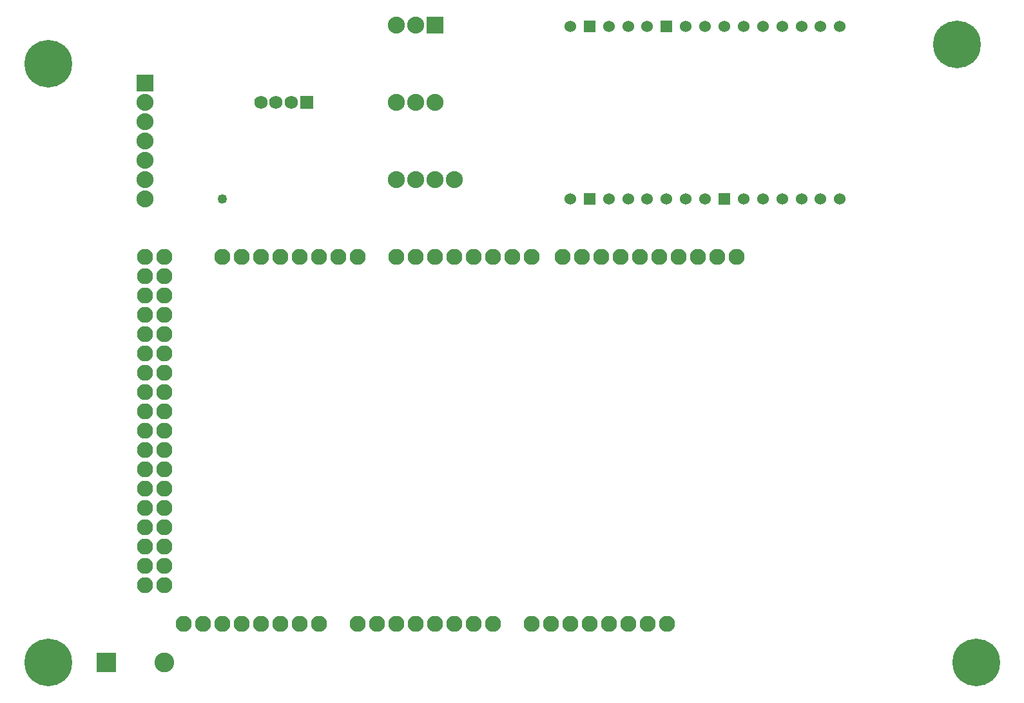
<source format=gbs>
G04 MADE WITH FRITZING*
G04 WWW.FRITZING.ORG*
G04 DOUBLE SIDED*
G04 HOLES PLATED*
G04 CONTOUR ON CENTER OF CONTOUR VECTOR*
%ASAXBY*%
%FSLAX23Y23*%
%MOIN*%
%OFA0B0*%
%SFA1.0B1.0*%
%ADD10C,0.069200*%
%ADD11C,0.060000*%
%ADD12C,0.088000*%
%ADD13C,0.082917*%
%ADD14C,0.102000*%
%ADD15C,0.049370*%
%ADD16C,0.246220*%
%ADD17R,0.069200X0.069200*%
%ADD18R,0.060028X0.060014*%
%ADD19R,0.060028X0.060000*%
%ADD20R,0.088000X0.088000*%
%ADD21R,0.102000X0.102000*%
%LNMASK0*%
G90*
G70*
G54D10*
X1510Y3056D03*
X1274Y3056D03*
X1353Y3056D03*
X1432Y3056D03*
G54D11*
X2875Y3449D03*
X2974Y3449D03*
X3074Y3449D03*
X3174Y3449D03*
X3273Y3449D03*
X3373Y3449D03*
X3472Y3449D03*
X3572Y3449D03*
X3671Y3449D03*
X3771Y3449D03*
X3871Y3449D03*
X3970Y3449D03*
X4070Y3449D03*
X4169Y3449D03*
X4269Y3449D03*
X4269Y2556D03*
X4169Y2556D03*
X4070Y2556D03*
X3970Y2556D03*
X3871Y2556D03*
X3771Y2556D03*
X3671Y2556D03*
X3572Y2556D03*
X3472Y2556D03*
X3373Y2556D03*
X3273Y2556D03*
X3174Y2556D03*
X3074Y2556D03*
X2974Y2556D03*
X2875Y2556D03*
G54D12*
X2274Y2656D03*
X2174Y2656D03*
X2074Y2656D03*
X1974Y2656D03*
X2174Y3056D03*
X2074Y3056D03*
X1974Y3056D03*
G54D13*
X1474Y356D03*
X3074Y356D03*
X1374Y356D03*
X1274Y356D03*
X1174Y356D03*
X1074Y356D03*
X774Y1756D03*
X974Y356D03*
X874Y356D03*
X3034Y2256D03*
X2474Y356D03*
X2374Y356D03*
X2274Y356D03*
X2174Y356D03*
X774Y956D03*
X2074Y356D03*
X1974Y356D03*
X1874Y356D03*
X1774Y356D03*
X2274Y2256D03*
X774Y2156D03*
X774Y1356D03*
X774Y556D03*
X3434Y2256D03*
X2674Y356D03*
X2674Y2256D03*
X774Y1956D03*
X774Y1556D03*
X774Y1156D03*
X1074Y2256D03*
X774Y756D03*
X1174Y2256D03*
X1274Y2256D03*
X1374Y2256D03*
X1474Y2256D03*
X1574Y2256D03*
X1674Y2256D03*
X1774Y2256D03*
X3634Y2256D03*
X3234Y2256D03*
X2834Y2256D03*
X3274Y356D03*
X2874Y356D03*
X2074Y2256D03*
X2474Y2256D03*
X774Y2256D03*
X774Y2056D03*
X774Y1856D03*
X774Y1656D03*
X774Y1456D03*
X774Y1256D03*
X774Y1056D03*
X774Y856D03*
X774Y656D03*
X3734Y2256D03*
X3534Y2256D03*
X3334Y2256D03*
X3134Y2256D03*
X2934Y2256D03*
X3374Y356D03*
X3174Y356D03*
X2974Y356D03*
X2774Y356D03*
X1974Y2256D03*
X2174Y2256D03*
X2374Y2256D03*
X2574Y2256D03*
X674Y2256D03*
X674Y2156D03*
X674Y2056D03*
X674Y1956D03*
X674Y1856D03*
X674Y1756D03*
X674Y1656D03*
X674Y1556D03*
X674Y1456D03*
X674Y1356D03*
X674Y1256D03*
X674Y1156D03*
X674Y1056D03*
X674Y956D03*
X674Y856D03*
X674Y756D03*
X674Y656D03*
X674Y556D03*
X1574Y356D03*
X1474Y356D03*
X3074Y356D03*
X1374Y356D03*
X1274Y356D03*
X1174Y356D03*
X1074Y356D03*
X774Y1756D03*
X974Y356D03*
X874Y356D03*
X3034Y2256D03*
X2474Y356D03*
X2374Y356D03*
X2274Y356D03*
X2174Y356D03*
X774Y956D03*
X2074Y356D03*
X1974Y356D03*
X1874Y356D03*
X1774Y356D03*
X2274Y2256D03*
X774Y2156D03*
X774Y1356D03*
X774Y556D03*
X3434Y2256D03*
X2674Y356D03*
X2674Y2256D03*
X774Y1956D03*
X774Y1556D03*
X774Y1156D03*
X1074Y2256D03*
X774Y756D03*
X1174Y2256D03*
X1274Y2256D03*
X1374Y2256D03*
X1474Y2256D03*
X1574Y2256D03*
X1674Y2256D03*
X1774Y2256D03*
X3634Y2256D03*
X3234Y2256D03*
X2834Y2256D03*
X3274Y356D03*
X2874Y356D03*
X2074Y2256D03*
X2474Y2256D03*
X774Y2256D03*
X774Y2056D03*
X774Y1856D03*
X774Y1656D03*
X774Y1456D03*
X774Y1256D03*
X774Y1056D03*
X774Y856D03*
X774Y656D03*
X3734Y2256D03*
X3534Y2256D03*
X3334Y2256D03*
X3134Y2256D03*
X2934Y2256D03*
X3374Y356D03*
X3174Y356D03*
X2974Y356D03*
X2774Y356D03*
X1974Y2256D03*
X2174Y2256D03*
X2374Y2256D03*
X2574Y2256D03*
X674Y2256D03*
X674Y2156D03*
X674Y2056D03*
X674Y1956D03*
X674Y1856D03*
X674Y1756D03*
X674Y1656D03*
X674Y1556D03*
X674Y1456D03*
X674Y1356D03*
X674Y1256D03*
X674Y1156D03*
X674Y1056D03*
X674Y956D03*
X674Y856D03*
X674Y756D03*
X674Y656D03*
X674Y556D03*
X1574Y356D03*
G54D12*
X674Y3156D03*
X674Y3056D03*
X674Y2956D03*
X674Y2856D03*
X674Y2756D03*
X674Y2656D03*
X674Y2556D03*
X674Y3156D03*
X674Y3056D03*
X674Y2956D03*
X674Y2856D03*
X674Y2756D03*
X674Y2656D03*
X674Y2556D03*
G54D14*
X474Y156D03*
X774Y156D03*
X474Y156D03*
X774Y156D03*
G54D12*
X2174Y3456D03*
X2074Y3456D03*
X1974Y3456D03*
X2174Y3456D03*
X2074Y3456D03*
X1974Y3456D03*
G54D15*
X1074Y2556D03*
G54D16*
X174Y3256D03*
X4974Y156D03*
X4874Y3356D03*
X174Y156D03*
G54D17*
X1510Y3056D03*
G54D18*
X2974Y3449D03*
X3373Y3449D03*
G54D19*
X3671Y2556D03*
X2974Y2556D03*
G54D20*
X674Y3156D03*
X674Y3156D03*
G54D21*
X474Y156D03*
X474Y156D03*
G54D20*
X2174Y3456D03*
X2174Y3456D03*
G04 End of Mask0*
M02*
</source>
